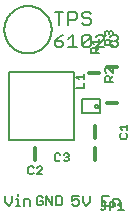
<source format=gbr>
G04 EAGLE Gerber RS-274X export*
G75*
%MOMM*%
%FSLAX34Y34*%
%LPD*%
%INSilkscreen Top*%
%IPPOS*%
%AMOC8*
5,1,8,0,0,1.08239X$1,22.5*%
G01*
%ADD10C,0.203200*%
%ADD11C,0.127000*%
%ADD12C,0.152400*%
%ADD13C,0.304800*%


D10*
X51540Y156591D02*
X51540Y167268D01*
X47981Y167268D02*
X55099Y167268D01*
X59675Y167268D02*
X59675Y156591D01*
X59675Y167268D02*
X65014Y167268D01*
X66793Y165489D01*
X66793Y161930D01*
X65014Y160150D01*
X59675Y160150D01*
X76708Y167268D02*
X78487Y165489D01*
X76708Y167268D02*
X73148Y167268D01*
X71369Y165489D01*
X71369Y163709D01*
X73148Y161930D01*
X76708Y161930D01*
X78487Y160150D01*
X78487Y158371D01*
X76708Y156591D01*
X73148Y156591D01*
X71369Y158371D01*
X55099Y148218D02*
X51540Y146439D01*
X47981Y142880D01*
X47981Y139321D01*
X49761Y137541D01*
X53320Y137541D01*
X55099Y139321D01*
X55099Y141100D01*
X53320Y142880D01*
X47981Y142880D01*
X59675Y144659D02*
X63234Y148218D01*
X63234Y137541D01*
X59675Y137541D02*
X66793Y137541D01*
X71369Y139321D02*
X71369Y146439D01*
X73148Y148218D01*
X76708Y148218D01*
X78487Y146439D01*
X78487Y139321D01*
X76708Y137541D01*
X73148Y137541D01*
X71369Y139321D01*
X78487Y146439D01*
X83063Y137541D02*
X90181Y137541D01*
X83063Y137541D02*
X90181Y144659D01*
X90181Y146439D01*
X88402Y148218D01*
X84842Y148218D01*
X83063Y146439D01*
X94757Y146439D02*
X96536Y148218D01*
X100095Y148218D01*
X101875Y146439D01*
X101875Y144659D01*
X100095Y142880D01*
X98316Y142880D01*
X100095Y142880D02*
X101875Y141100D01*
X101875Y139321D01*
X100095Y137541D01*
X96536Y137541D01*
X94757Y139321D01*
D11*
X36620Y11437D02*
X37891Y10165D01*
X36620Y11437D02*
X34077Y11437D01*
X32806Y10165D01*
X32806Y5081D01*
X34077Y3810D01*
X36620Y3810D01*
X37891Y5081D01*
X37891Y7623D01*
X35348Y7623D01*
X40992Y3810D02*
X40992Y11437D01*
X46076Y3810D01*
X46076Y11437D01*
X49178Y11437D02*
X49178Y3810D01*
X52991Y3810D01*
X54262Y5081D01*
X54262Y10165D01*
X52991Y11437D01*
X49178Y11437D01*
D12*
X62527Y11945D02*
X68289Y11945D01*
X62527Y11945D02*
X62527Y7624D01*
X65408Y9064D01*
X66849Y9064D01*
X68289Y7624D01*
X68289Y4743D01*
X66849Y3302D01*
X63967Y3302D01*
X62527Y4743D01*
X71882Y6183D02*
X71882Y11945D01*
X71882Y6183D02*
X74763Y3302D01*
X77644Y6183D01*
X77644Y11945D01*
X6068Y11945D02*
X6068Y6183D01*
X8950Y3302D01*
X11831Y6183D01*
X11831Y11945D01*
X15424Y9064D02*
X16864Y9064D01*
X16864Y3302D01*
X15424Y3302D02*
X18305Y3302D01*
X16864Y11945D02*
X16864Y13386D01*
X21660Y9064D02*
X21660Y3302D01*
X21660Y9064D02*
X25982Y9064D01*
X27423Y7624D01*
X27423Y3302D01*
X87927Y11945D02*
X93689Y11945D01*
X87927Y11945D02*
X87927Y3302D01*
X93689Y3302D01*
X90808Y7624D02*
X87927Y7624D01*
X97282Y9064D02*
X97282Y3302D01*
X97282Y9064D02*
X101604Y9064D01*
X103044Y7624D01*
X103044Y3302D01*
D13*
X82550Y60960D02*
X82550Y71120D01*
D12*
X102991Y63394D02*
X104093Y64495D01*
X102991Y63394D02*
X102991Y61190D01*
X104093Y60089D01*
X108499Y60089D01*
X109601Y61190D01*
X109601Y63394D01*
X108499Y64495D01*
X105195Y67573D02*
X102991Y69776D01*
X109601Y69776D01*
X109601Y67573D02*
X109601Y71979D01*
D13*
X31750Y52070D02*
X31750Y41910D01*
D12*
X29104Y36709D02*
X30205Y35607D01*
X29104Y36709D02*
X26900Y36709D01*
X25799Y35607D01*
X25799Y31201D01*
X26900Y30099D01*
X29104Y30099D01*
X30205Y31201D01*
X33283Y30099D02*
X37689Y30099D01*
X33283Y30099D02*
X37689Y34505D01*
X37689Y35607D01*
X36588Y36709D01*
X34384Y36709D01*
X33283Y35607D01*
D10*
X5400Y152400D02*
X5406Y152891D01*
X5424Y153381D01*
X5454Y153871D01*
X5496Y154360D01*
X5550Y154848D01*
X5616Y155335D01*
X5694Y155819D01*
X5784Y156302D01*
X5886Y156782D01*
X5999Y157260D01*
X6124Y157734D01*
X6261Y158206D01*
X6409Y158674D01*
X6569Y159138D01*
X6740Y159598D01*
X6922Y160054D01*
X7116Y160505D01*
X7320Y160951D01*
X7536Y161392D01*
X7762Y161828D01*
X7998Y162258D01*
X8245Y162682D01*
X8503Y163100D01*
X8771Y163511D01*
X9048Y163916D01*
X9336Y164314D01*
X9633Y164705D01*
X9940Y165088D01*
X10256Y165463D01*
X10581Y165831D01*
X10915Y166191D01*
X11258Y166542D01*
X11609Y166885D01*
X11969Y167219D01*
X12337Y167544D01*
X12712Y167860D01*
X13095Y168167D01*
X13486Y168464D01*
X13884Y168752D01*
X14289Y169029D01*
X14700Y169297D01*
X15118Y169555D01*
X15542Y169802D01*
X15972Y170038D01*
X16408Y170264D01*
X16849Y170480D01*
X17295Y170684D01*
X17746Y170878D01*
X18202Y171060D01*
X18662Y171231D01*
X19126Y171391D01*
X19594Y171539D01*
X20066Y171676D01*
X20540Y171801D01*
X21018Y171914D01*
X21498Y172016D01*
X21981Y172106D01*
X22465Y172184D01*
X22952Y172250D01*
X23440Y172304D01*
X23929Y172346D01*
X24419Y172376D01*
X24909Y172394D01*
X25400Y172400D01*
X25891Y172394D01*
X26381Y172376D01*
X26871Y172346D01*
X27360Y172304D01*
X27848Y172250D01*
X28335Y172184D01*
X28819Y172106D01*
X29302Y172016D01*
X29782Y171914D01*
X30260Y171801D01*
X30734Y171676D01*
X31206Y171539D01*
X31674Y171391D01*
X32138Y171231D01*
X32598Y171060D01*
X33054Y170878D01*
X33505Y170684D01*
X33951Y170480D01*
X34392Y170264D01*
X34828Y170038D01*
X35258Y169802D01*
X35682Y169555D01*
X36100Y169297D01*
X36511Y169029D01*
X36916Y168752D01*
X37314Y168464D01*
X37705Y168167D01*
X38088Y167860D01*
X38463Y167544D01*
X38831Y167219D01*
X39191Y166885D01*
X39542Y166542D01*
X39885Y166191D01*
X40219Y165831D01*
X40544Y165463D01*
X40860Y165088D01*
X41167Y164705D01*
X41464Y164314D01*
X41752Y163916D01*
X42029Y163511D01*
X42297Y163100D01*
X42555Y162682D01*
X42802Y162258D01*
X43038Y161828D01*
X43264Y161392D01*
X43480Y160951D01*
X43684Y160505D01*
X43878Y160054D01*
X44060Y159598D01*
X44231Y159138D01*
X44391Y158674D01*
X44539Y158206D01*
X44676Y157734D01*
X44801Y157260D01*
X44914Y156782D01*
X45016Y156302D01*
X45106Y155819D01*
X45184Y155335D01*
X45250Y154848D01*
X45304Y154360D01*
X45346Y153871D01*
X45376Y153381D01*
X45394Y152891D01*
X45400Y152400D01*
X45394Y151909D01*
X45376Y151419D01*
X45346Y150929D01*
X45304Y150440D01*
X45250Y149952D01*
X45184Y149465D01*
X45106Y148981D01*
X45016Y148498D01*
X44914Y148018D01*
X44801Y147540D01*
X44676Y147066D01*
X44539Y146594D01*
X44391Y146126D01*
X44231Y145662D01*
X44060Y145202D01*
X43878Y144746D01*
X43684Y144295D01*
X43480Y143849D01*
X43264Y143408D01*
X43038Y142972D01*
X42802Y142542D01*
X42555Y142118D01*
X42297Y141700D01*
X42029Y141289D01*
X41752Y140884D01*
X41464Y140486D01*
X41167Y140095D01*
X40860Y139712D01*
X40544Y139337D01*
X40219Y138969D01*
X39885Y138609D01*
X39542Y138258D01*
X39191Y137915D01*
X38831Y137581D01*
X38463Y137256D01*
X38088Y136940D01*
X37705Y136633D01*
X37314Y136336D01*
X36916Y136048D01*
X36511Y135771D01*
X36100Y135503D01*
X35682Y135245D01*
X35258Y134998D01*
X34828Y134762D01*
X34392Y134536D01*
X33951Y134320D01*
X33505Y134116D01*
X33054Y133922D01*
X32598Y133740D01*
X32138Y133569D01*
X31674Y133409D01*
X31206Y133261D01*
X30734Y133124D01*
X30260Y132999D01*
X29782Y132886D01*
X29302Y132784D01*
X28819Y132694D01*
X28335Y132616D01*
X27848Y132550D01*
X27360Y132496D01*
X26871Y132454D01*
X26381Y132424D01*
X25891Y132406D01*
X25400Y132400D01*
X24909Y132406D01*
X24419Y132424D01*
X23929Y132454D01*
X23440Y132496D01*
X22952Y132550D01*
X22465Y132616D01*
X21981Y132694D01*
X21498Y132784D01*
X21018Y132886D01*
X20540Y132999D01*
X20066Y133124D01*
X19594Y133261D01*
X19126Y133409D01*
X18662Y133569D01*
X18202Y133740D01*
X17746Y133922D01*
X17295Y134116D01*
X16849Y134320D01*
X16408Y134536D01*
X15972Y134762D01*
X15542Y134998D01*
X15118Y135245D01*
X14700Y135503D01*
X14289Y135771D01*
X13884Y136048D01*
X13486Y136336D01*
X13095Y136633D01*
X12712Y136940D01*
X12337Y137256D01*
X11969Y137581D01*
X11609Y137915D01*
X11258Y138258D01*
X10915Y138609D01*
X10581Y138969D01*
X10256Y139337D01*
X9940Y139712D01*
X9633Y140095D01*
X9336Y140486D01*
X9048Y140884D01*
X8771Y141289D01*
X8503Y141700D01*
X8245Y142118D01*
X7998Y142542D01*
X7762Y142972D01*
X7536Y143408D01*
X7320Y143849D01*
X7116Y144295D01*
X6922Y144746D01*
X6740Y145202D01*
X6569Y145662D01*
X6409Y146126D01*
X6261Y146594D01*
X6124Y147066D01*
X5999Y147540D01*
X5886Y148018D01*
X5784Y148498D01*
X5694Y148981D01*
X5616Y149465D01*
X5550Y149952D01*
X5496Y150440D01*
X5454Y150929D01*
X5424Y151419D01*
X5406Y151909D01*
X5400Y152400D01*
D13*
X77280Y115570D02*
X85280Y115570D01*
D12*
X85471Y132479D02*
X78861Y132479D01*
X78861Y135784D01*
X79963Y136885D01*
X82166Y136885D01*
X83268Y135784D01*
X83268Y132479D01*
X83268Y134682D02*
X85471Y136885D01*
X81065Y139963D02*
X78861Y142166D01*
X85471Y142166D01*
X85471Y139963D02*
X85471Y144369D01*
X87022Y848D02*
X88123Y-254D01*
X89225Y-254D01*
X90326Y848D01*
X90326Y6356D01*
X89225Y6356D02*
X91428Y6356D01*
X94506Y6356D02*
X94506Y-254D01*
X94506Y6356D02*
X97811Y6356D01*
X98912Y5254D01*
X98912Y3051D01*
X97811Y1949D01*
X94506Y1949D01*
X101990Y4152D02*
X104193Y6356D01*
X104193Y-254D01*
X101990Y-254D02*
X106396Y-254D01*
D13*
X100520Y89916D02*
X92520Y89916D01*
D12*
X90418Y108458D02*
X97028Y108458D01*
X90418Y108458D02*
X90418Y111763D01*
X91520Y112864D01*
X93723Y112864D01*
X94825Y111763D01*
X94825Y108458D01*
X94825Y110661D02*
X97028Y112864D01*
X97028Y115942D02*
X97028Y120349D01*
X92622Y120349D02*
X97028Y115942D01*
X92622Y120349D02*
X91520Y120349D01*
X90418Y119247D01*
X90418Y117044D01*
X91520Y115942D01*
D13*
X92520Y120650D02*
X100520Y120650D01*
D12*
X97028Y139192D02*
X90418Y139192D01*
X90418Y142497D01*
X91520Y143598D01*
X93723Y143598D01*
X94825Y142497D01*
X94825Y139192D01*
X94825Y141395D02*
X97028Y143598D01*
X91520Y146676D02*
X90418Y147778D01*
X90418Y149981D01*
X91520Y151083D01*
X92622Y151083D01*
X93723Y149981D01*
X93723Y148879D01*
X93723Y149981D02*
X94825Y151083D01*
X95926Y151083D01*
X97028Y149981D01*
X97028Y147778D01*
X95926Y146676D01*
X86740Y93630D02*
X86740Y81630D01*
X70740Y81630D01*
X70740Y93630D01*
X86740Y93630D01*
X82326Y87630D02*
X82328Y87705D01*
X82334Y87779D01*
X82344Y87853D01*
X82357Y87926D01*
X82375Y87999D01*
X82396Y88070D01*
X82421Y88141D01*
X82450Y88210D01*
X82483Y88277D01*
X82519Y88342D01*
X82558Y88406D01*
X82600Y88467D01*
X82646Y88526D01*
X82695Y88583D01*
X82747Y88636D01*
X82801Y88687D01*
X82858Y88736D01*
X82918Y88780D01*
X82980Y88822D01*
X83044Y88861D01*
X83110Y88896D01*
X83177Y88927D01*
X83247Y88955D01*
X83317Y88979D01*
X83389Y89000D01*
X83462Y89016D01*
X83535Y89029D01*
X83610Y89038D01*
X83684Y89043D01*
X83759Y89044D01*
X83833Y89041D01*
X83908Y89034D01*
X83981Y89023D01*
X84055Y89009D01*
X84127Y88990D01*
X84198Y88968D01*
X84268Y88942D01*
X84337Y88912D01*
X84403Y88879D01*
X84468Y88842D01*
X84531Y88802D01*
X84592Y88758D01*
X84650Y88712D01*
X84706Y88662D01*
X84759Y88610D01*
X84810Y88555D01*
X84857Y88497D01*
X84901Y88437D01*
X84942Y88374D01*
X84980Y88310D01*
X85014Y88244D01*
X85045Y88175D01*
X85072Y88106D01*
X85095Y88035D01*
X85114Y87963D01*
X85130Y87890D01*
X85142Y87816D01*
X85150Y87742D01*
X85154Y87667D01*
X85154Y87593D01*
X85150Y87518D01*
X85142Y87444D01*
X85130Y87370D01*
X85114Y87297D01*
X85095Y87225D01*
X85072Y87154D01*
X85045Y87085D01*
X85014Y87016D01*
X84980Y86950D01*
X84942Y86886D01*
X84901Y86823D01*
X84857Y86763D01*
X84810Y86705D01*
X84759Y86650D01*
X84706Y86598D01*
X84650Y86548D01*
X84592Y86502D01*
X84531Y86458D01*
X84468Y86418D01*
X84403Y86381D01*
X84337Y86348D01*
X84268Y86318D01*
X84198Y86292D01*
X84127Y86270D01*
X84055Y86251D01*
X83981Y86237D01*
X83908Y86226D01*
X83833Y86219D01*
X83759Y86216D01*
X83684Y86217D01*
X83610Y86222D01*
X83535Y86231D01*
X83462Y86244D01*
X83389Y86260D01*
X83317Y86281D01*
X83247Y86305D01*
X83177Y86333D01*
X83110Y86364D01*
X83044Y86399D01*
X82980Y86438D01*
X82918Y86480D01*
X82858Y86524D01*
X82801Y86573D01*
X82747Y86624D01*
X82695Y86677D01*
X82646Y86734D01*
X82600Y86793D01*
X82558Y86854D01*
X82519Y86918D01*
X82483Y86983D01*
X82450Y87050D01*
X82421Y87119D01*
X82396Y87190D01*
X82375Y87261D01*
X82357Y87334D01*
X82344Y87407D01*
X82334Y87481D01*
X82328Y87555D01*
X82326Y87630D01*
D13*
X82550Y52324D02*
X82550Y42164D01*
D12*
X52430Y46656D02*
X51329Y47758D01*
X49125Y47758D01*
X48024Y46656D01*
X48024Y42250D01*
X49125Y41148D01*
X51329Y41148D01*
X52430Y42250D01*
X55508Y46656D02*
X56609Y47758D01*
X58813Y47758D01*
X59914Y46656D01*
X59914Y45554D01*
X58813Y44453D01*
X57711Y44453D01*
X58813Y44453D02*
X59914Y43351D01*
X59914Y42250D01*
X58813Y41148D01*
X56609Y41148D01*
X55508Y42250D01*
D10*
X64330Y59130D02*
X64330Y116130D01*
X64330Y59130D02*
X9330Y59130D01*
X9330Y116130D01*
X64330Y116130D01*
D12*
X66046Y102884D02*
X72656Y102884D01*
X72656Y107290D01*
X68250Y110368D02*
X66046Y112571D01*
X72656Y112571D01*
X72656Y110368D02*
X72656Y114774D01*
M02*

</source>
